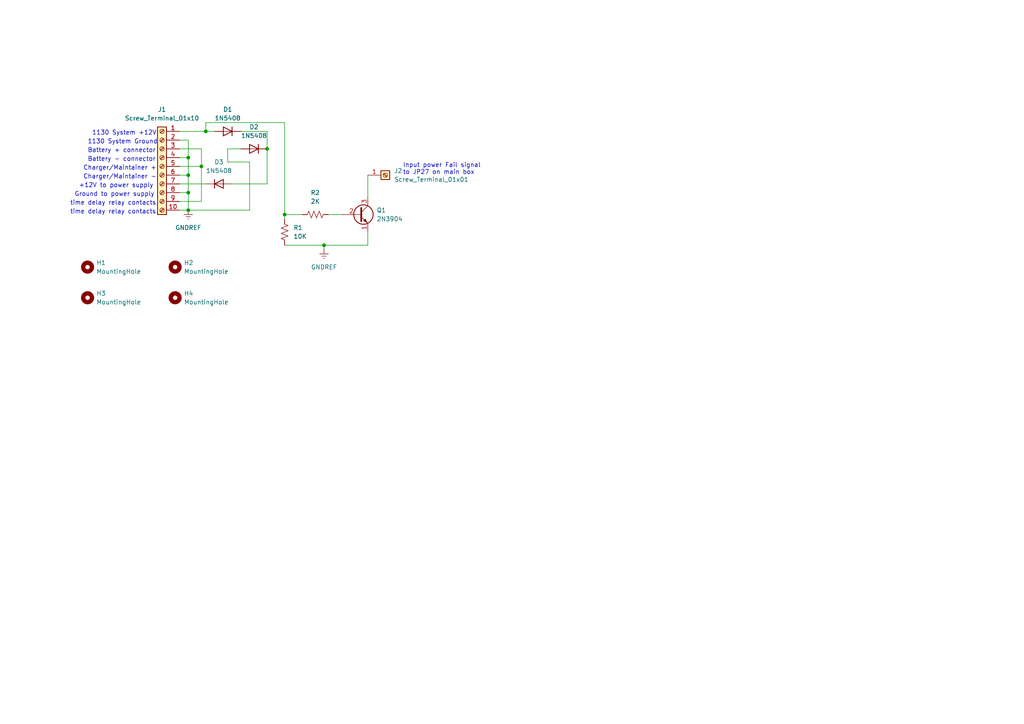
<source format=kicad_sch>
(kicad_sch (version 20230121) (generator eeschema)

  (uuid d0ebe9f9-5fbf-4bbc-be6c-db5169d6bb79)

  (paper "A4")

  (lib_symbols
    (symbol "Connector:Screw_Terminal_01x01" (pin_names (offset 1.016) hide) (in_bom yes) (on_board yes)
      (property "Reference" "J" (at 0 2.54 0)
        (effects (font (size 1.27 1.27)))
      )
      (property "Value" "Screw_Terminal_01x01" (at 0 -2.54 0)
        (effects (font (size 1.27 1.27)))
      )
      (property "Footprint" "" (at 0 0 0)
        (effects (font (size 1.27 1.27)) hide)
      )
      (property "Datasheet" "~" (at 0 0 0)
        (effects (font (size 1.27 1.27)) hide)
      )
      (property "ki_keywords" "screw terminal" (at 0 0 0)
        (effects (font (size 1.27 1.27)) hide)
      )
      (property "ki_description" "Generic screw terminal, single row, 01x01, script generated (kicad-library-utils/schlib/autogen/connector/)" (at 0 0 0)
        (effects (font (size 1.27 1.27)) hide)
      )
      (property "ki_fp_filters" "TerminalBlock*:*" (at 0 0 0)
        (effects (font (size 1.27 1.27)) hide)
      )
      (symbol "Screw_Terminal_01x01_1_1"
        (rectangle (start -1.27 1.27) (end 1.27 -1.27)
          (stroke (width 0.254) (type default))
          (fill (type background))
        )
        (polyline
          (pts
            (xy -0.5334 0.3302)
            (xy 0.3302 -0.508)
          )
          (stroke (width 0.1524) (type default))
          (fill (type none))
        )
        (polyline
          (pts
            (xy -0.3556 0.508)
            (xy 0.508 -0.3302)
          )
          (stroke (width 0.1524) (type default))
          (fill (type none))
        )
        (circle (center 0 0) (radius 0.635)
          (stroke (width 0.1524) (type default))
          (fill (type none))
        )
        (pin passive line (at -5.08 0 0) (length 3.81)
          (name "Pin_1" (effects (font (size 1.27 1.27))))
          (number "1" (effects (font (size 1.27 1.27))))
        )
      )
    )
    (symbol "Connector:Screw_Terminal_01x10" (pin_names (offset 1.016) hide) (in_bom yes) (on_board yes)
      (property "Reference" "J" (at 0 12.7 0)
        (effects (font (size 1.27 1.27)))
      )
      (property "Value" "Screw_Terminal_01x10" (at 0 -15.24 0)
        (effects (font (size 1.27 1.27)))
      )
      (property "Footprint" "" (at 0 0 0)
        (effects (font (size 1.27 1.27)) hide)
      )
      (property "Datasheet" "~" (at 0 0 0)
        (effects (font (size 1.27 1.27)) hide)
      )
      (property "ki_keywords" "screw terminal" (at 0 0 0)
        (effects (font (size 1.27 1.27)) hide)
      )
      (property "ki_description" "Generic screw terminal, single row, 01x10, script generated (kicad-library-utils/schlib/autogen/connector/)" (at 0 0 0)
        (effects (font (size 1.27 1.27)) hide)
      )
      (property "ki_fp_filters" "TerminalBlock*:*" (at 0 0 0)
        (effects (font (size 1.27 1.27)) hide)
      )
      (symbol "Screw_Terminal_01x10_1_1"
        (rectangle (start -1.27 11.43) (end 1.27 -13.97)
          (stroke (width 0.254) (type default))
          (fill (type background))
        )
        (circle (center 0 -12.7) (radius 0.635)
          (stroke (width 0.1524) (type default))
          (fill (type none))
        )
        (circle (center 0 -10.16) (radius 0.635)
          (stroke (width 0.1524) (type default))
          (fill (type none))
        )
        (circle (center 0 -7.62) (radius 0.635)
          (stroke (width 0.1524) (type default))
          (fill (type none))
        )
        (circle (center 0 -5.08) (radius 0.635)
          (stroke (width 0.1524) (type default))
          (fill (type none))
        )
        (circle (center 0 -2.54) (radius 0.635)
          (stroke (width 0.1524) (type default))
          (fill (type none))
        )
        (polyline
          (pts
            (xy -0.5334 -12.3698)
            (xy 0.3302 -13.208)
          )
          (stroke (width 0.1524) (type default))
          (fill (type none))
        )
        (polyline
          (pts
            (xy -0.5334 -9.8298)
            (xy 0.3302 -10.668)
          )
          (stroke (width 0.1524) (type default))
          (fill (type none))
        )
        (polyline
          (pts
            (xy -0.5334 -7.2898)
            (xy 0.3302 -8.128)
          )
          (stroke (width 0.1524) (type default))
          (fill (type none))
        )
        (polyline
          (pts
            (xy -0.5334 -4.7498)
            (xy 0.3302 -5.588)
          )
          (stroke (width 0.1524) (type default))
          (fill (type none))
        )
        (polyline
          (pts
            (xy -0.5334 -2.2098)
            (xy 0.3302 -3.048)
          )
          (stroke (width 0.1524) (type default))
          (fill (type none))
        )
        (polyline
          (pts
            (xy -0.5334 0.3302)
            (xy 0.3302 -0.508)
          )
          (stroke (width 0.1524) (type default))
          (fill (type none))
        )
        (polyline
          (pts
            (xy -0.5334 2.8702)
            (xy 0.3302 2.032)
          )
          (stroke (width 0.1524) (type default))
          (fill (type none))
        )
        (polyline
          (pts
            (xy -0.5334 5.4102)
            (xy 0.3302 4.572)
          )
          (stroke (width 0.1524) (type default))
          (fill (type none))
        )
        (polyline
          (pts
            (xy -0.5334 7.9502)
            (xy 0.3302 7.112)
          )
          (stroke (width 0.1524) (type default))
          (fill (type none))
        )
        (polyline
          (pts
            (xy -0.5334 10.4902)
            (xy 0.3302 9.652)
          )
          (stroke (width 0.1524) (type default))
          (fill (type none))
        )
        (polyline
          (pts
            (xy -0.3556 -12.192)
            (xy 0.508 -13.0302)
          )
          (stroke (width 0.1524) (type default))
          (fill (type none))
        )
        (polyline
          (pts
            (xy -0.3556 -9.652)
            (xy 0.508 -10.4902)
          )
          (stroke (width 0.1524) (type default))
          (fill (type none))
        )
        (polyline
          (pts
            (xy -0.3556 -7.112)
            (xy 0.508 -7.9502)
          )
          (stroke (width 0.1524) (type default))
          (fill (type none))
        )
        (polyline
          (pts
            (xy -0.3556 -4.572)
            (xy 0.508 -5.4102)
          )
          (stroke (width 0.1524) (type default))
          (fill (type none))
        )
        (polyline
          (pts
            (xy -0.3556 -2.032)
            (xy 0.508 -2.8702)
          )
          (stroke (width 0.1524) (type default))
          (fill (type none))
        )
        (polyline
          (pts
            (xy -0.3556 0.508)
            (xy 0.508 -0.3302)
          )
          (stroke (width 0.1524) (type default))
          (fill (type none))
        )
        (polyline
          (pts
            (xy -0.3556 3.048)
            (xy 0.508 2.2098)
          )
          (stroke (width 0.1524) (type default))
          (fill (type none))
        )
        (polyline
          (pts
            (xy -0.3556 5.588)
            (xy 0.508 4.7498)
          )
          (stroke (width 0.1524) (type default))
          (fill (type none))
        )
        (polyline
          (pts
            (xy -0.3556 8.128)
            (xy 0.508 7.2898)
          )
          (stroke (width 0.1524) (type default))
          (fill (type none))
        )
        (polyline
          (pts
            (xy -0.3556 10.668)
            (xy 0.508 9.8298)
          )
          (stroke (width 0.1524) (type default))
          (fill (type none))
        )
        (circle (center 0 0) (radius 0.635)
          (stroke (width 0.1524) (type default))
          (fill (type none))
        )
        (circle (center 0 2.54) (radius 0.635)
          (stroke (width 0.1524) (type default))
          (fill (type none))
        )
        (circle (center 0 5.08) (radius 0.635)
          (stroke (width 0.1524) (type default))
          (fill (type none))
        )
        (circle (center 0 7.62) (radius 0.635)
          (stroke (width 0.1524) (type default))
          (fill (type none))
        )
        (circle (center 0 10.16) (radius 0.635)
          (stroke (width 0.1524) (type default))
          (fill (type none))
        )
        (pin passive line (at -5.08 10.16 0) (length 3.81)
          (name "Pin_1" (effects (font (size 1.27 1.27))))
          (number "1" (effects (font (size 1.27 1.27))))
        )
        (pin passive line (at -5.08 -12.7 0) (length 3.81)
          (name "Pin_10" (effects (font (size 1.27 1.27))))
          (number "10" (effects (font (size 1.27 1.27))))
        )
        (pin passive line (at -5.08 7.62 0) (length 3.81)
          (name "Pin_2" (effects (font (size 1.27 1.27))))
          (number "2" (effects (font (size 1.27 1.27))))
        )
        (pin passive line (at -5.08 5.08 0) (length 3.81)
          (name "Pin_3" (effects (font (size 1.27 1.27))))
          (number "3" (effects (font (size 1.27 1.27))))
        )
        (pin passive line (at -5.08 2.54 0) (length 3.81)
          (name "Pin_4" (effects (font (size 1.27 1.27))))
          (number "4" (effects (font (size 1.27 1.27))))
        )
        (pin passive line (at -5.08 0 0) (length 3.81)
          (name "Pin_5" (effects (font (size 1.27 1.27))))
          (number "5" (effects (font (size 1.27 1.27))))
        )
        (pin passive line (at -5.08 -2.54 0) (length 3.81)
          (name "Pin_6" (effects (font (size 1.27 1.27))))
          (number "6" (effects (font (size 1.27 1.27))))
        )
        (pin passive line (at -5.08 -5.08 0) (length 3.81)
          (name "Pin_7" (effects (font (size 1.27 1.27))))
          (number "7" (effects (font (size 1.27 1.27))))
        )
        (pin passive line (at -5.08 -7.62 0) (length 3.81)
          (name "Pin_8" (effects (font (size 1.27 1.27))))
          (number "8" (effects (font (size 1.27 1.27))))
        )
        (pin passive line (at -5.08 -10.16 0) (length 3.81)
          (name "Pin_9" (effects (font (size 1.27 1.27))))
          (number "9" (effects (font (size 1.27 1.27))))
        )
      )
    )
    (symbol "Device:R_US" (pin_numbers hide) (pin_names (offset 0)) (in_bom yes) (on_board yes)
      (property "Reference" "R" (at 2.54 0 90)
        (effects (font (size 1.27 1.27)))
      )
      (property "Value" "R_US" (at -2.54 0 90)
        (effects (font (size 1.27 1.27)))
      )
      (property "Footprint" "" (at 1.016 -0.254 90)
        (effects (font (size 1.27 1.27)) hide)
      )
      (property "Datasheet" "~" (at 0 0 0)
        (effects (font (size 1.27 1.27)) hide)
      )
      (property "ki_keywords" "R res resistor" (at 0 0 0)
        (effects (font (size 1.27 1.27)) hide)
      )
      (property "ki_description" "Resistor, US symbol" (at 0 0 0)
        (effects (font (size 1.27 1.27)) hide)
      )
      (property "ki_fp_filters" "R_*" (at 0 0 0)
        (effects (font (size 1.27 1.27)) hide)
      )
      (symbol "R_US_0_1"
        (polyline
          (pts
            (xy 0 -2.286)
            (xy 0 -2.54)
          )
          (stroke (width 0) (type default))
          (fill (type none))
        )
        (polyline
          (pts
            (xy 0 2.286)
            (xy 0 2.54)
          )
          (stroke (width 0) (type default))
          (fill (type none))
        )
        (polyline
          (pts
            (xy 0 -0.762)
            (xy 1.016 -1.143)
            (xy 0 -1.524)
            (xy -1.016 -1.905)
            (xy 0 -2.286)
          )
          (stroke (width 0) (type default))
          (fill (type none))
        )
        (polyline
          (pts
            (xy 0 0.762)
            (xy 1.016 0.381)
            (xy 0 0)
            (xy -1.016 -0.381)
            (xy 0 -0.762)
          )
          (stroke (width 0) (type default))
          (fill (type none))
        )
        (polyline
          (pts
            (xy 0 2.286)
            (xy 1.016 1.905)
            (xy 0 1.524)
            (xy -1.016 1.143)
            (xy 0 0.762)
          )
          (stroke (width 0) (type default))
          (fill (type none))
        )
      )
      (symbol "R_US_1_1"
        (pin passive line (at 0 3.81 270) (length 1.27)
          (name "~" (effects (font (size 1.27 1.27))))
          (number "1" (effects (font (size 1.27 1.27))))
        )
        (pin passive line (at 0 -3.81 90) (length 1.27)
          (name "~" (effects (font (size 1.27 1.27))))
          (number "2" (effects (font (size 1.27 1.27))))
        )
      )
    )
    (symbol "Diode:1N5408" (pin_numbers hide) (pin_names hide) (in_bom yes) (on_board yes)
      (property "Reference" "D" (at 0 2.54 0)
        (effects (font (size 1.27 1.27)))
      )
      (property "Value" "1N5408" (at 0 -2.54 0)
        (effects (font (size 1.27 1.27)))
      )
      (property "Footprint" "Diode_THT:D_DO-201AD_P15.24mm_Horizontal" (at 0 -4.445 0)
        (effects (font (size 1.27 1.27)) hide)
      )
      (property "Datasheet" "http://www.vishay.com/docs/88516/1n5400.pdf" (at 0 0 0)
        (effects (font (size 1.27 1.27)) hide)
      )
      (property "Sim.Device" "D" (at 0 0 0)
        (effects (font (size 1.27 1.27)) hide)
      )
      (property "Sim.Pins" "1=K 2=A" (at 0 0 0)
        (effects (font (size 1.27 1.27)) hide)
      )
      (property "ki_keywords" "diode" (at 0 0 0)
        (effects (font (size 1.27 1.27)) hide)
      )
      (property "ki_description" "1000V 3A General Purpose Rectifier Diode, DO-201AD" (at 0 0 0)
        (effects (font (size 1.27 1.27)) hide)
      )
      (property "ki_fp_filters" "D*DO?201AD*" (at 0 0 0)
        (effects (font (size 1.27 1.27)) hide)
      )
      (symbol "1N5408_0_1"
        (polyline
          (pts
            (xy -1.27 1.27)
            (xy -1.27 -1.27)
          )
          (stroke (width 0.254) (type default))
          (fill (type none))
        )
        (polyline
          (pts
            (xy 1.27 0)
            (xy -1.27 0)
          )
          (stroke (width 0) (type default))
          (fill (type none))
        )
        (polyline
          (pts
            (xy 1.27 1.27)
            (xy 1.27 -1.27)
            (xy -1.27 0)
            (xy 1.27 1.27)
          )
          (stroke (width 0.254) (type default))
          (fill (type none))
        )
      )
      (symbol "1N5408_1_1"
        (pin passive line (at -3.81 0 0) (length 2.54)
          (name "K" (effects (font (size 1.27 1.27))))
          (number "1" (effects (font (size 1.27 1.27))))
        )
        (pin passive line (at 3.81 0 180) (length 2.54)
          (name "A" (effects (font (size 1.27 1.27))))
          (number "2" (effects (font (size 1.27 1.27))))
        )
      )
    )
    (symbol "Mechanical:MountingHole" (pin_names (offset 1.016)) (in_bom yes) (on_board yes)
      (property "Reference" "H" (at 0 5.08 0)
        (effects (font (size 1.27 1.27)))
      )
      (property "Value" "MountingHole" (at 0 3.175 0)
        (effects (font (size 1.27 1.27)))
      )
      (property "Footprint" "" (at 0 0 0)
        (effects (font (size 1.27 1.27)) hide)
      )
      (property "Datasheet" "~" (at 0 0 0)
        (effects (font (size 1.27 1.27)) hide)
      )
      (property "ki_keywords" "mounting hole" (at 0 0 0)
        (effects (font (size 1.27 1.27)) hide)
      )
      (property "ki_description" "Mounting Hole without connection" (at 0 0 0)
        (effects (font (size 1.27 1.27)) hide)
      )
      (property "ki_fp_filters" "MountingHole*" (at 0 0 0)
        (effects (font (size 1.27 1.27)) hide)
      )
      (symbol "MountingHole_0_1"
        (circle (center 0 0) (radius 1.27)
          (stroke (width 1.27) (type default))
          (fill (type none))
        )
      )
    )
    (symbol "Transistor_BJT:2N3904" (pin_names (offset 0) hide) (in_bom yes) (on_board yes)
      (property "Reference" "Q" (at 5.08 1.905 0)
        (effects (font (size 1.27 1.27)) (justify left))
      )
      (property "Value" "2N3904" (at 5.08 0 0)
        (effects (font (size 1.27 1.27)) (justify left))
      )
      (property "Footprint" "Package_TO_SOT_THT:TO-92_Inline" (at 5.08 -1.905 0)
        (effects (font (size 1.27 1.27) italic) (justify left) hide)
      )
      (property "Datasheet" "https://www.onsemi.com/pub/Collateral/2N3903-D.PDF" (at 0 0 0)
        (effects (font (size 1.27 1.27)) (justify left) hide)
      )
      (property "ki_keywords" "NPN Transistor" (at 0 0 0)
        (effects (font (size 1.27 1.27)) hide)
      )
      (property "ki_description" "0.2A Ic, 40V Vce, Small Signal NPN Transistor, TO-92" (at 0 0 0)
        (effects (font (size 1.27 1.27)) hide)
      )
      (property "ki_fp_filters" "TO?92*" (at 0 0 0)
        (effects (font (size 1.27 1.27)) hide)
      )
      (symbol "2N3904_0_1"
        (polyline
          (pts
            (xy 0.635 0.635)
            (xy 2.54 2.54)
          )
          (stroke (width 0) (type default))
          (fill (type none))
        )
        (polyline
          (pts
            (xy 0.635 -0.635)
            (xy 2.54 -2.54)
            (xy 2.54 -2.54)
          )
          (stroke (width 0) (type default))
          (fill (type none))
        )
        (polyline
          (pts
            (xy 0.635 1.905)
            (xy 0.635 -1.905)
            (xy 0.635 -1.905)
          )
          (stroke (width 0.508) (type default))
          (fill (type none))
        )
        (polyline
          (pts
            (xy 1.27 -1.778)
            (xy 1.778 -1.27)
            (xy 2.286 -2.286)
            (xy 1.27 -1.778)
            (xy 1.27 -1.778)
          )
          (stroke (width 0) (type default))
          (fill (type outline))
        )
        (circle (center 1.27 0) (radius 2.8194)
          (stroke (width 0.254) (type default))
          (fill (type none))
        )
      )
      (symbol "2N3904_1_1"
        (pin passive line (at 2.54 -5.08 90) (length 2.54)
          (name "E" (effects (font (size 1.27 1.27))))
          (number "1" (effects (font (size 1.27 1.27))))
        )
        (pin passive line (at -5.08 0 0) (length 5.715)
          (name "B" (effects (font (size 1.27 1.27))))
          (number "2" (effects (font (size 1.27 1.27))))
        )
        (pin passive line (at 2.54 5.08 270) (length 2.54)
          (name "C" (effects (font (size 1.27 1.27))))
          (number "3" (effects (font (size 1.27 1.27))))
        )
      )
    )
    (symbol "power:GNDREF" (power) (pin_names (offset 0)) (in_bom yes) (on_board yes)
      (property "Reference" "#PWR" (at 0 -6.35 0)
        (effects (font (size 1.27 1.27)) hide)
      )
      (property "Value" "GNDREF" (at 0 -3.81 0)
        (effects (font (size 1.27 1.27)))
      )
      (property "Footprint" "" (at 0 0 0)
        (effects (font (size 1.27 1.27)) hide)
      )
      (property "Datasheet" "" (at 0 0 0)
        (effects (font (size 1.27 1.27)) hide)
      )
      (property "ki_keywords" "global power" (at 0 0 0)
        (effects (font (size 1.27 1.27)) hide)
      )
      (property "ki_description" "Power symbol creates a global label with name \"GNDREF\" , reference supply ground" (at 0 0 0)
        (effects (font (size 1.27 1.27)) hide)
      )
      (symbol "GNDREF_0_1"
        (polyline
          (pts
            (xy -0.635 -1.905)
            (xy 0.635 -1.905)
          )
          (stroke (width 0) (type default))
          (fill (type none))
        )
        (polyline
          (pts
            (xy -0.127 -2.54)
            (xy 0.127 -2.54)
          )
          (stroke (width 0) (type default))
          (fill (type none))
        )
        (polyline
          (pts
            (xy 0 -1.27)
            (xy 0 0)
          )
          (stroke (width 0) (type default))
          (fill (type none))
        )
        (polyline
          (pts
            (xy 1.27 -1.27)
            (xy -1.27 -1.27)
          )
          (stroke (width 0) (type default))
          (fill (type none))
        )
      )
      (symbol "GNDREF_1_1"
        (pin power_in line (at 0 0 270) (length 0) hide
          (name "GNDREF" (effects (font (size 1.27 1.27))))
          (number "1" (effects (font (size 1.27 1.27))))
        )
      )
    )
  )

  (junction (at 54.61 50.8) (diameter 0) (color 0 0 0 0)
    (uuid 0bc7687b-bc52-48ee-a3cb-20de5701db29)
  )
  (junction (at 54.61 60.96) (diameter 0) (color 0 0 0 0)
    (uuid 48991088-00db-4fee-9e3b-2d9ca10f6124)
  )
  (junction (at 93.98 71.12) (diameter 0) (color 0 0 0 0)
    (uuid 4c39b79c-63ec-41c2-bdc1-e9dba6f264ae)
  )
  (junction (at 54.61 45.72) (diameter 0) (color 0 0 0 0)
    (uuid adf82247-a70b-4ad5-95be-07befa42ab1e)
  )
  (junction (at 54.61 55.88) (diameter 0) (color 0 0 0 0)
    (uuid c446392f-d9e4-42e0-b033-393470fad45d)
  )
  (junction (at 77.47 43.18) (diameter 0) (color 0 0 0 0)
    (uuid df311790-b690-4e53-8151-e7e40fd04ac5)
  )
  (junction (at 58.42 48.26) (diameter 0) (color 0 0 0 0)
    (uuid e716f4a5-08d4-4727-9cac-03c51424cc88)
  )
  (junction (at 59.69 38.1) (diameter 0) (color 0 0 0 0)
    (uuid f25ba3a1-b345-4f11-bade-0e1d77a43fcc)
  )
  (junction (at 82.55 62.23) (diameter 0) (color 0 0 0 0)
    (uuid fa7e4d6b-27b0-4797-b89c-6da0f99958fa)
  )

  (wire (pts (xy 82.55 71.12) (xy 93.98 71.12))
    (stroke (width 0) (type default))
    (uuid 02431a1e-87b5-446a-8de8-0332af0fbc32)
  )
  (wire (pts (xy 66.04 46.99) (xy 66.04 43.18))
    (stroke (width 0) (type default))
    (uuid 0d775603-c630-439c-aec4-68c13902f7f4)
  )
  (wire (pts (xy 106.68 71.12) (xy 93.98 71.12))
    (stroke (width 0) (type default))
    (uuid 0d81ea87-22e3-4bb6-aeaa-7575b2d2bb1d)
  )
  (wire (pts (xy 54.61 60.96) (xy 54.61 55.88))
    (stroke (width 0) (type default))
    (uuid 0f51e38d-4c4e-46f7-8040-d6500804e377)
  )
  (wire (pts (xy 52.07 55.88) (xy 54.61 55.88))
    (stroke (width 0) (type default))
    (uuid 146d0fde-2302-4a53-a5c7-b37dd5629e12)
  )
  (wire (pts (xy 58.42 58.42) (xy 58.42 48.26))
    (stroke (width 0) (type default))
    (uuid 1bdb083a-c535-4c56-976d-536094fdfc32)
  )
  (wire (pts (xy 58.42 48.26) (xy 58.42 43.18))
    (stroke (width 0) (type default))
    (uuid 1e0a5209-0e76-4788-a832-7d9891434d14)
  )
  (wire (pts (xy 52.07 58.42) (xy 58.42 58.42))
    (stroke (width 0) (type default))
    (uuid 207d690b-09fe-462d-8b98-36fc3f9c804b)
  )
  (wire (pts (xy 87.63 62.23) (xy 82.55 62.23))
    (stroke (width 0) (type default))
    (uuid 34c7adde-8eb7-4901-b334-c258210c4198)
  )
  (wire (pts (xy 77.47 38.1) (xy 77.47 43.18))
    (stroke (width 0) (type default))
    (uuid 378b04ad-d3cd-4392-8e83-02d5eda917ff)
  )
  (wire (pts (xy 54.61 45.72) (xy 54.61 40.64))
    (stroke (width 0) (type default))
    (uuid 465f9fd3-14ba-4704-930c-cafa156c46bf)
  )
  (wire (pts (xy 72.39 60.96) (xy 72.39 46.99))
    (stroke (width 0) (type default))
    (uuid 585acfdf-e09a-415d-805b-fec2f8af3c16)
  )
  (wire (pts (xy 82.55 35.56) (xy 59.69 35.56))
    (stroke (width 0) (type default))
    (uuid 5ab1c55b-77d1-464d-8666-676a975af204)
  )
  (wire (pts (xy 54.61 60.96) (xy 72.39 60.96))
    (stroke (width 0) (type default))
    (uuid 63df2da2-c646-40de-9d06-7c7f96c16079)
  )
  (wire (pts (xy 82.55 35.56) (xy 82.55 62.23))
    (stroke (width 0) (type default))
    (uuid 6776988a-6ec4-47d2-b3a7-e5c1be4842b1)
  )
  (wire (pts (xy 95.25 62.23) (xy 99.06 62.23))
    (stroke (width 0) (type default))
    (uuid 6c1bbcc6-5cb8-45e6-bcd0-755f997f7f4e)
  )
  (wire (pts (xy 52.07 50.8) (xy 54.61 50.8))
    (stroke (width 0) (type default))
    (uuid 7849b497-da1e-4f44-bc92-4ac2d17bc820)
  )
  (wire (pts (xy 54.61 50.8) (xy 54.61 45.72))
    (stroke (width 0) (type default))
    (uuid 7a1a849c-4273-4084-b2d8-5a03caae51b1)
  )
  (wire (pts (xy 52.07 53.34) (xy 59.69 53.34))
    (stroke (width 0) (type default))
    (uuid 7fd4eec5-db1f-4e8e-b411-0ccc6a7bc867)
  )
  (wire (pts (xy 82.55 62.23) (xy 82.55 63.5))
    (stroke (width 0) (type default))
    (uuid 86053e22-75f2-44b7-bcd6-ac2415686278)
  )
  (wire (pts (xy 52.07 43.18) (xy 58.42 43.18))
    (stroke (width 0) (type default))
    (uuid aa42238e-939e-4dff-8e3e-e3a003b279b4)
  )
  (wire (pts (xy 77.47 53.34) (xy 77.47 43.18))
    (stroke (width 0) (type default))
    (uuid aad7181c-043a-4d4b-9496-39df5f1b7304)
  )
  (wire (pts (xy 93.98 71.12) (xy 93.98 72.39))
    (stroke (width 0) (type default))
    (uuid b0ee0b1e-3257-473e-991d-c46105bdc598)
  )
  (wire (pts (xy 69.85 38.1) (xy 77.47 38.1))
    (stroke (width 0) (type default))
    (uuid bbb05dc7-83f3-4df4-8a9a-92ecec07b36d)
  )
  (wire (pts (xy 67.31 53.34) (xy 77.47 53.34))
    (stroke (width 0) (type default))
    (uuid c124e051-ba5b-4ee9-94eb-b39a24882f28)
  )
  (wire (pts (xy 54.61 40.64) (xy 52.07 40.64))
    (stroke (width 0) (type default))
    (uuid c169d698-7b51-4996-869c-a44a20f57d9e)
  )
  (wire (pts (xy 52.07 45.72) (xy 54.61 45.72))
    (stroke (width 0) (type default))
    (uuid ce451bf0-9325-415a-bfcf-a74156044141)
  )
  (wire (pts (xy 54.61 55.88) (xy 54.61 50.8))
    (stroke (width 0) (type default))
    (uuid d00f6100-1513-469a-92fe-f38abfbc3f00)
  )
  (wire (pts (xy 106.68 50.8) (xy 106.68 57.15))
    (stroke (width 0) (type default))
    (uuid df0e662f-80ac-499c-8613-c70badeffb87)
  )
  (wire (pts (xy 66.04 43.18) (xy 69.85 43.18))
    (stroke (width 0) (type default))
    (uuid dffef205-2fc2-4286-b3c5-28a5407c6265)
  )
  (wire (pts (xy 72.39 46.99) (xy 66.04 46.99))
    (stroke (width 0) (type default))
    (uuid e52365e7-2a54-4fd1-8a34-cfd456d75051)
  )
  (wire (pts (xy 52.07 38.1) (xy 59.69 38.1))
    (stroke (width 0) (type default))
    (uuid e94a88b8-0566-487c-a442-d99f76139aca)
  )
  (wire (pts (xy 59.69 35.56) (xy 59.69 38.1))
    (stroke (width 0) (type default))
    (uuid eac16da5-4b18-405b-aff5-ba7d36ce7528)
  )
  (wire (pts (xy 52.07 48.26) (xy 58.42 48.26))
    (stroke (width 0) (type default))
    (uuid ed288abd-1a5b-454a-9f81-ef9b2e909f9b)
  )
  (wire (pts (xy 52.07 60.96) (xy 54.61 60.96))
    (stroke (width 0) (type default))
    (uuid f47599cc-4dd7-4b08-afc3-bd730f635485)
  )
  (wire (pts (xy 106.68 67.31) (xy 106.68 71.12))
    (stroke (width 0) (type default))
    (uuid fbb6c4ed-0ac1-4b01-813d-6d617ffd9d5c)
  )
  (wire (pts (xy 59.69 38.1) (xy 62.23 38.1))
    (stroke (width 0) (type default))
    (uuid fcc58185-fc66-48e6-bbea-1bfd73fc6446)
  )

  (text "time delay relay contacts" (at 20.32 59.69 0)
    (effects (font (size 1.27 1.27)) (justify left bottom))
    (uuid 16187281-1096-40a3-bc81-2c9c63a38b7d)
  )
  (text "Battery - connector" (at 25.4 46.99 0)
    (effects (font (size 1.27 1.27)) (justify left bottom))
    (uuid 23d04734-7d3d-4243-83e7-b40afc674145)
  )
  (text "time delay relay contacts" (at 20.32 62.23 0)
    (effects (font (size 1.27 1.27)) (justify left bottom))
    (uuid 4011c8ce-e110-4c1c-9390-0a7aaccde5cf)
  )
  (text "+12V to power supply" (at 22.86 54.61 0)
    (effects (font (size 1.27 1.27)) (justify left bottom))
    (uuid 4082936d-3c8f-4988-96bd-3cd6fe88f263)
  )
  (text "Charger/Maintainer -" (at 24.13 52.07 0)
    (effects (font (size 1.27 1.27)) (justify left bottom))
    (uuid 76c0b9a3-711c-4017-a116-a3f0ad34f2a8)
  )
  (text "1130 System Ground" (at 25.4 41.91 0)
    (effects (font (size 1.27 1.27)) (justify left bottom))
    (uuid 7f3a9524-e602-411d-b6c8-9812fcd6066d)
  )
  (text "Battery + connector" (at 25.4 44.45 0)
    (effects (font (size 1.27 1.27)) (justify left bottom))
    (uuid 831385bb-72c5-429d-b9cd-e63314b05e2f)
  )
  (text "Charger/Maintainer +" (at 24.13 49.53 0)
    (effects (font (size 1.27 1.27)) (justify left bottom))
    (uuid 87874c79-b0f2-4380-8774-a57f9ace57a4)
  )
  (text "Input power Fail signal\nto JP27 on main box" (at 116.84 50.8 0)
    (effects (font (size 1.27 1.27)) (justify left bottom))
    (uuid a5dce6e1-2cec-4497-93b7-0eab0cf61c72)
  )
  (text "Ground to power supply" (at 21.59 57.15 0)
    (effects (font (size 1.27 1.27)) (justify left bottom))
    (uuid ddde4bd9-5cec-4d1b-827d-59c3f7eed06b)
  )
  (text "1130 System +12V" (at 26.67 39.37 0)
    (effects (font (size 1.27 1.27)) (justify left bottom))
    (uuid f6b49b05-2da3-4ab8-8f62-885bc07d40b4)
  )

  (symbol (lib_id "Transistor_BJT:2N3904") (at 104.14 62.23 0) (unit 1)
    (in_bom yes) (on_board yes) (dnp no) (fields_autoplaced)
    (uuid 0593c027-4dd9-4fe2-aee5-2c284364c4b1)
    (property "Reference" "Q1" (at 109.22 60.96 0)
      (effects (font (size 1.27 1.27)) (justify left))
    )
    (property "Value" "2N3904" (at 109.22 63.5 0)
      (effects (font (size 1.27 1.27)) (justify left))
    )
    (property "Footprint" "Package_TO_SOT_THT:TO-92_Inline" (at 109.22 64.135 0)
      (effects (font (size 1.27 1.27) italic) (justify left) hide)
    )
    (property "Datasheet" "https://www.onsemi.com/pub/Collateral/2N3903-D.PDF" (at 104.14 62.23 0)
      (effects (font (size 1.27 1.27)) (justify left) hide)
    )
    (pin "1" (uuid 39fdc58c-553b-4ef7-88fb-44b73c6edcb9))
    (pin "2" (uuid 59529fbe-a4e9-48fe-a47c-a63a16417a1a))
    (pin "3" (uuid a393f659-5368-4ab5-b2dd-bf0d0eb5af90))
    (instances
      (project "v2315power"
        (path "/d0ebe9f9-5fbf-4bbc-be6c-db5169d6bb79"
          (reference "Q1") (unit 1)
        )
      )
    )
  )

  (symbol (lib_id "Mechanical:MountingHole") (at 25.4 77.47 0) (unit 1)
    (in_bom yes) (on_board yes) (dnp no) (fields_autoplaced)
    (uuid 15846fdd-0d6f-42d3-9822-191dbfb3366a)
    (property "Reference" "H1" (at 27.94 76.2 0)
      (effects (font (size 1.27 1.27)) (justify left))
    )
    (property "Value" "MountingHole" (at 27.94 78.74 0)
      (effects (font (size 1.27 1.27)) (justify left))
    )
    (property "Footprint" "MountingHole:MountingHole_4.3mm_M4" (at 25.4 77.47 0)
      (effects (font (size 1.27 1.27)) hide)
    )
    (property "Datasheet" "~" (at 25.4 77.47 0)
      (effects (font (size 1.27 1.27)) hide)
    )
    (instances
      (project "v2315power"
        (path "/d0ebe9f9-5fbf-4bbc-be6c-db5169d6bb79"
          (reference "H1") (unit 1)
        )
      )
    )
  )

  (symbol (lib_id "Device:R_US") (at 82.55 67.31 0) (unit 1)
    (in_bom yes) (on_board yes) (dnp no) (fields_autoplaced)
    (uuid 2624773e-9ab8-49f2-a356-ce52b3967b53)
    (property "Reference" "R1" (at 85.09 66.04 0)
      (effects (font (size 1.27 1.27)) (justify left))
    )
    (property "Value" "10K" (at 85.09 68.58 0)
      (effects (font (size 1.27 1.27)) (justify left))
    )
    (property "Footprint" "Resistor_THT:R_Axial_DIN0309_L9.0mm_D3.2mm_P12.70mm_Horizontal" (at 83.566 67.564 90)
      (effects (font (size 1.27 1.27)) hide)
    )
    (property "Datasheet" "~" (at 82.55 67.31 0)
      (effects (font (size 1.27 1.27)) hide)
    )
    (pin "1" (uuid b86b21b3-f3b3-4a0c-b6b5-1fac9a33d005))
    (pin "2" (uuid bb4e46b7-76c9-42b6-a00c-9b2ee21edb3d))
    (instances
      (project "v2315power"
        (path "/d0ebe9f9-5fbf-4bbc-be6c-db5169d6bb79"
          (reference "R1") (unit 1)
        )
      )
    )
  )

  (symbol (lib_id "Connector:Screw_Terminal_01x10") (at 46.99 48.26 0) (mirror y) (unit 1)
    (in_bom yes) (on_board yes) (dnp no) (fields_autoplaced)
    (uuid 531d30f0-c466-4577-9fe9-d83fc5971681)
    (property "Reference" "J1" (at 46.99 31.75 0)
      (effects (font (size 1.27 1.27)))
    )
    (property "Value" "Screw_Terminal_01x10" (at 46.99 34.29 0)
      (effects (font (size 1.27 1.27)))
    )
    (property "Footprint" "TerminalBlock_Phoenix:TerminalBlock_Phoenix_MPT-0,5-10-2.54_1x10_P2.54mm_Horizontal" (at 46.99 48.26 0)
      (effects (font (size 1.27 1.27)) hide)
    )
    (property "Datasheet" "~" (at 46.99 48.26 0)
      (effects (font (size 1.27 1.27)) hide)
    )
    (pin "1" (uuid a1eb2fb7-e285-4598-9cd4-d3af439dc82a))
    (pin "10" (uuid f73a4588-2d06-4c53-aa59-f1c4020f148c))
    (pin "2" (uuid 0509bdd8-277e-4841-b84d-a413e4e0ef1d))
    (pin "3" (uuid 6b13b6a2-f904-4bfc-8b15-27616c35a6b0))
    (pin "4" (uuid 6e6dbb4d-59ba-490c-b7fc-246830c45b2c))
    (pin "5" (uuid a6ccadc8-e491-4875-a283-f871a3a0c2f8))
    (pin "6" (uuid 50776ac1-0e40-4533-b2c9-89f123d687ae))
    (pin "7" (uuid 58742ba5-29f4-4577-abd5-f6722df172d8))
    (pin "8" (uuid a2b17523-2247-447f-bc50-d8239f41eef8))
    (pin "9" (uuid 8d3fa5e7-04d5-4d1e-bc00-87f876da9030))
    (instances
      (project "v2315power"
        (path "/d0ebe9f9-5fbf-4bbc-be6c-db5169d6bb79"
          (reference "J1") (unit 1)
        )
      )
    )
  )

  (symbol (lib_id "Connector:Screw_Terminal_01x01") (at 111.76 50.8 0) (unit 1)
    (in_bom yes) (on_board yes) (dnp no) (fields_autoplaced)
    (uuid 6a2f4f6d-2c30-4e50-bb49-922dc7d5596b)
    (property "Reference" "J2" (at 114.3 49.53 0)
      (effects (font (size 1.27 1.27)) (justify left))
    )
    (property "Value" "Screw_Terminal_01x01" (at 114.3 52.07 0)
      (effects (font (size 1.27 1.27)) (justify left))
    )
    (property "Footprint" "TerminalBlock_MetzConnect:TerminalBlock_MetzConnect_360272_1x01_Horizontal_ScrewM2.6" (at 111.76 50.8 0)
      (effects (font (size 1.27 1.27)) hide)
    )
    (property "Datasheet" "~" (at 111.76 50.8 0)
      (effects (font (size 1.27 1.27)) hide)
    )
    (pin "1" (uuid 3e62ebad-4eb7-4496-8234-09c1dc6a1653))
    (instances
      (project "v2315power"
        (path "/d0ebe9f9-5fbf-4bbc-be6c-db5169d6bb79"
          (reference "J2") (unit 1)
        )
      )
    )
  )

  (symbol (lib_id "power:GNDREF") (at 54.61 60.96 0) (unit 1)
    (in_bom yes) (on_board yes) (dnp no) (fields_autoplaced)
    (uuid 73693550-1f12-4e60-9b5d-c98cdb65c74b)
    (property "Reference" "#PWR01" (at 54.61 67.31 0)
      (effects (font (size 1.27 1.27)) hide)
    )
    (property "Value" "GNDREF" (at 54.61 66.04 0)
      (effects (font (size 1.27 1.27)))
    )
    (property "Footprint" "" (at 54.61 60.96 0)
      (effects (font (size 1.27 1.27)) hide)
    )
    (property "Datasheet" "" (at 54.61 60.96 0)
      (effects (font (size 1.27 1.27)) hide)
    )
    (pin "1" (uuid 4129b3f1-f4c2-426b-9c3a-8f11f0d10c40))
    (instances
      (project "v2315power"
        (path "/d0ebe9f9-5fbf-4bbc-be6c-db5169d6bb79"
          (reference "#PWR01") (unit 1)
        )
      )
    )
  )

  (symbol (lib_id "Diode:1N5408") (at 73.66 43.18 180) (unit 1)
    (in_bom yes) (on_board yes) (dnp no) (fields_autoplaced)
    (uuid 8254fcd3-7a1f-4267-aa1f-f33d309dcdca)
    (property "Reference" "D2" (at 73.66 36.83 0)
      (effects (font (size 1.27 1.27)))
    )
    (property "Value" "1N5408" (at 73.66 39.37 0)
      (effects (font (size 1.27 1.27)))
    )
    (property "Footprint" "Diode_THT:D_DO-201AD_P15.24mm_Horizontal" (at 73.66 38.735 0)
      (effects (font (size 1.27 1.27)) hide)
    )
    (property "Datasheet" "http://www.vishay.com/docs/88516/1n5400.pdf" (at 73.66 43.18 0)
      (effects (font (size 1.27 1.27)) hide)
    )
    (property "Sim.Device" "D" (at 73.66 43.18 0)
      (effects (font (size 1.27 1.27)) hide)
    )
    (property "Sim.Pins" "1=K 2=A" (at 73.66 43.18 0)
      (effects (font (size 1.27 1.27)) hide)
    )
    (pin "1" (uuid c1e286a4-c542-4734-815a-e01245a7ffd8))
    (pin "2" (uuid ec1389de-dc57-40fb-b0bd-a173d9688da4))
    (instances
      (project "v2315power"
        (path "/d0ebe9f9-5fbf-4bbc-be6c-db5169d6bb79"
          (reference "D2") (unit 1)
        )
      )
    )
  )

  (symbol (lib_id "Mechanical:MountingHole") (at 50.8 77.47 0) (unit 1)
    (in_bom yes) (on_board yes) (dnp no) (fields_autoplaced)
    (uuid a0328cdb-0937-41fe-9253-67a45d7cef0d)
    (property "Reference" "H2" (at 53.34 76.2 0)
      (effects (font (size 1.27 1.27)) (justify left))
    )
    (property "Value" "MountingHole" (at 53.34 78.74 0)
      (effects (font (size 1.27 1.27)) (justify left))
    )
    (property "Footprint" "MountingHole:MountingHole_4.3mm_M4" (at 50.8 77.47 0)
      (effects (font (size 1.27 1.27)) hide)
    )
    (property "Datasheet" "~" (at 50.8 77.47 0)
      (effects (font (size 1.27 1.27)) hide)
    )
    (instances
      (project "v2315power"
        (path "/d0ebe9f9-5fbf-4bbc-be6c-db5169d6bb79"
          (reference "H2") (unit 1)
        )
      )
    )
  )

  (symbol (lib_id "Diode:1N5408") (at 66.04 38.1 180) (unit 1)
    (in_bom yes) (on_board yes) (dnp no) (fields_autoplaced)
    (uuid a2ce847d-59b3-480f-8454-5540c4333dac)
    (property "Reference" "D1" (at 66.04 31.75 0)
      (effects (font (size 1.27 1.27)))
    )
    (property "Value" "1N5408" (at 66.04 34.29 0)
      (effects (font (size 1.27 1.27)))
    )
    (property "Footprint" "Diode_THT:D_DO-201AD_P15.24mm_Horizontal" (at 66.04 33.655 0)
      (effects (font (size 1.27 1.27)) hide)
    )
    (property "Datasheet" "http://www.vishay.com/docs/88516/1n5400.pdf" (at 66.04 38.1 0)
      (effects (font (size 1.27 1.27)) hide)
    )
    (property "Sim.Device" "D" (at 66.04 38.1 0)
      (effects (font (size 1.27 1.27)) hide)
    )
    (property "Sim.Pins" "1=K 2=A" (at 66.04 38.1 0)
      (effects (font (size 1.27 1.27)) hide)
    )
    (pin "1" (uuid 22a8421a-1f7a-4350-b57d-2803246e0c33))
    (pin "2" (uuid f23842a9-a7d2-4e7f-98de-13f72a50a75a))
    (instances
      (project "v2315power"
        (path "/d0ebe9f9-5fbf-4bbc-be6c-db5169d6bb79"
          (reference "D1") (unit 1)
        )
      )
    )
  )

  (symbol (lib_id "Mechanical:MountingHole") (at 50.8 86.36 0) (unit 1)
    (in_bom yes) (on_board yes) (dnp no) (fields_autoplaced)
    (uuid a5379a42-0316-49c9-9c55-118bbe189916)
    (property "Reference" "H4" (at 53.34 85.09 0)
      (effects (font (size 1.27 1.27)) (justify left))
    )
    (property "Value" "MountingHole" (at 53.34 87.63 0)
      (effects (font (size 1.27 1.27)) (justify left))
    )
    (property "Footprint" "MountingHole:MountingHole_4.3mm_M4" (at 50.8 86.36 0)
      (effects (font (size 1.27 1.27)) hide)
    )
    (property "Datasheet" "~" (at 50.8 86.36 0)
      (effects (font (size 1.27 1.27)) hide)
    )
    (instances
      (project "v2315power"
        (path "/d0ebe9f9-5fbf-4bbc-be6c-db5169d6bb79"
          (reference "H4") (unit 1)
        )
      )
    )
  )

  (symbol (lib_id "Mechanical:MountingHole") (at 25.4 86.36 0) (unit 1)
    (in_bom yes) (on_board yes) (dnp no) (fields_autoplaced)
    (uuid ac8ea33b-e092-4c74-a16b-1e5abdaf7d3b)
    (property "Reference" "H3" (at 27.94 85.09 0)
      (effects (font (size 1.27 1.27)) (justify left))
    )
    (property "Value" "MountingHole" (at 27.94 87.63 0)
      (effects (font (size 1.27 1.27)) (justify left))
    )
    (property "Footprint" "MountingHole:MountingHole_4.3mm_M4" (at 25.4 86.36 0)
      (effects (font (size 1.27 1.27)) hide)
    )
    (property "Datasheet" "~" (at 25.4 86.36 0)
      (effects (font (size 1.27 1.27)) hide)
    )
    (instances
      (project "v2315power"
        (path "/d0ebe9f9-5fbf-4bbc-be6c-db5169d6bb79"
          (reference "H3") (unit 1)
        )
      )
    )
  )

  (symbol (lib_id "power:GNDREF") (at 93.98 72.39 0) (unit 1)
    (in_bom yes) (on_board yes) (dnp no) (fields_autoplaced)
    (uuid ae75d058-9416-4d3e-9614-a5531ca08965)
    (property "Reference" "#PWR02" (at 93.98 78.74 0)
      (effects (font (size 1.27 1.27)) hide)
    )
    (property "Value" "GNDREF" (at 93.98 77.47 0)
      (effects (font (size 1.27 1.27)))
    )
    (property "Footprint" "" (at 93.98 72.39 0)
      (effects (font (size 1.27 1.27)) hide)
    )
    (property "Datasheet" "" (at 93.98 72.39 0)
      (effects (font (size 1.27 1.27)) hide)
    )
    (pin "1" (uuid beb419a8-100b-4d09-966e-9346e73a3632))
    (instances
      (project "v2315power"
        (path "/d0ebe9f9-5fbf-4bbc-be6c-db5169d6bb79"
          (reference "#PWR02") (unit 1)
        )
      )
    )
  )

  (symbol (lib_id "Device:R_US") (at 91.44 62.23 90) (unit 1)
    (in_bom yes) (on_board yes) (dnp no) (fields_autoplaced)
    (uuid cb19be85-e2ac-4a95-9f55-3d544f5f5aab)
    (property "Reference" "R2" (at 91.44 55.88 90)
      (effects (font (size 1.27 1.27)))
    )
    (property "Value" "2K" (at 91.44 58.42 90)
      (effects (font (size 1.27 1.27)))
    )
    (property "Footprint" "Resistor_THT:R_Axial_DIN0207_L6.3mm_D2.5mm_P7.62mm_Horizontal" (at 91.694 61.214 90)
      (effects (font (size 1.27 1.27)) hide)
    )
    (property "Datasheet" "~" (at 91.44 62.23 0)
      (effects (font (size 1.27 1.27)) hide)
    )
    (pin "1" (uuid 38b31658-173f-4ea0-adeb-e2ba48cefd8e))
    (pin "2" (uuid c0aae53d-909f-410e-9537-4e4ff38897b4))
    (instances
      (project "v2315power"
        (path "/d0ebe9f9-5fbf-4bbc-be6c-db5169d6bb79"
          (reference "R2") (unit 1)
        )
      )
    )
  )

  (symbol (lib_id "Diode:1N5408") (at 63.5 53.34 0) (unit 1)
    (in_bom yes) (on_board yes) (dnp no) (fields_autoplaced)
    (uuid f39208b7-932b-4fc1-a491-96b95e038349)
    (property "Reference" "D3" (at 63.5 46.99 0)
      (effects (font (size 1.27 1.27)))
    )
    (property "Value" "1N5408" (at 63.5 49.53 0)
      (effects (font (size 1.27 1.27)))
    )
    (property "Footprint" "Diode_THT:D_DO-201AD_P15.24mm_Horizontal" (at 63.5 57.785 0)
      (effects (font (size 1.27 1.27)) hide)
    )
    (property "Datasheet" "http://www.vishay.com/docs/88516/1n5400.pdf" (at 63.5 53.34 0)
      (effects (font (size 1.27 1.27)) hide)
    )
    (property "Sim.Device" "D" (at 63.5 53.34 0)
      (effects (font (size 1.27 1.27)) hide)
    )
    (property "Sim.Pins" "1=K 2=A" (at 63.5 53.34 0)
      (effects (font (size 1.27 1.27)) hide)
    )
    (pin "1" (uuid 9ccf5731-3ac9-4d5e-a506-e7f28dcf2ecb))
    (pin "2" (uuid 01821604-80e2-4cd5-95c2-a1e2dbdd92d9))
    (instances
      (project "v2315power"
        (path "/d0ebe9f9-5fbf-4bbc-be6c-db5169d6bb79"
          (reference "D3") (unit 1)
        )
      )
    )
  )

  (sheet_instances
    (path "/" (page "1"))
  )
)

</source>
